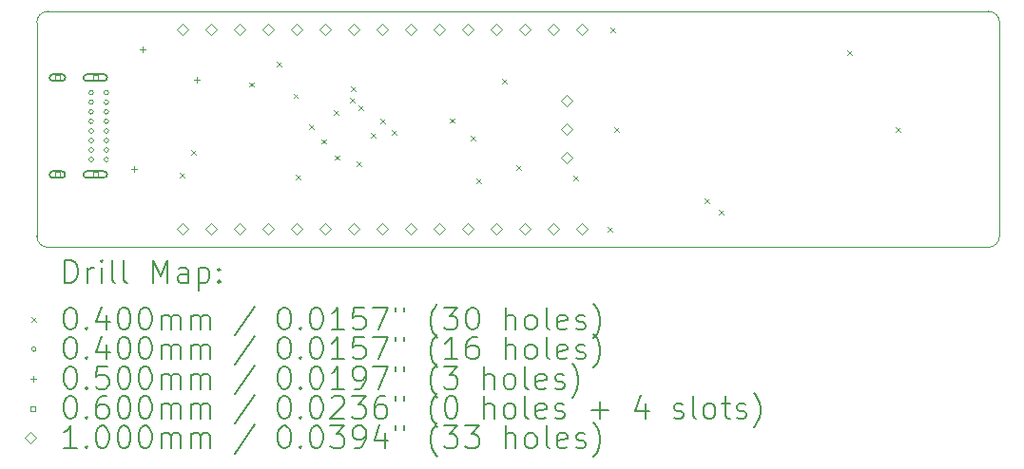
<source format=gbr>
%TF.GenerationSoftware,KiCad,Pcbnew,6.0.8-f2edbf62ab~116~ubuntu22.04.1*%
%TF.CreationDate,2022-10-28T12:05:40+02:00*%
%TF.ProjectId,FLWSB-SAMDaaNo21,464c5753-422d-4534-914d-4461614e6f32,1.0*%
%TF.SameCoordinates,Original*%
%TF.FileFunction,Drillmap*%
%TF.FilePolarity,Positive*%
%FSLAX45Y45*%
G04 Gerber Fmt 4.5, Leading zero omitted, Abs format (unit mm)*
G04 Created by KiCad (PCBNEW 6.0.8-f2edbf62ab~116~ubuntu22.04.1) date 2022-10-28 12:05:40*
%MOMM*%
%LPD*%
G01*
G04 APERTURE LIST*
%ADD10C,0.100000*%
%ADD11C,0.200000*%
%ADD12C,0.040000*%
%ADD13C,0.050000*%
%ADD14C,0.060000*%
G04 APERTURE END LIST*
D10*
X16929289Y-6920711D02*
X16929258Y-8824604D01*
X8355509Y-8824831D02*
X8355409Y-6920711D01*
X8355509Y-8824831D02*
G75*
G03*
X8455509Y-8924831I100001J1D01*
G01*
X8455409Y-6820711D02*
X16829289Y-6820711D01*
X16929289Y-6920711D02*
G75*
G03*
X16829289Y-6820711I-99999J1D01*
G01*
X16829258Y-8924604D02*
X8455509Y-8924831D01*
X8455409Y-6820709D02*
G75*
G03*
X8355409Y-6920711I1J-100001D01*
G01*
X16829258Y-8924598D02*
G75*
G03*
X16929258Y-8824604I2J99998D01*
G01*
D11*
D12*
X9632000Y-8260400D02*
X9672000Y-8300400D01*
X9672000Y-8260400D02*
X9632000Y-8300400D01*
X9733600Y-8057200D02*
X9773600Y-8097200D01*
X9773600Y-8057200D02*
X9733600Y-8097200D01*
X10247130Y-7453130D02*
X10287130Y-7493130D01*
X10287130Y-7453130D02*
X10247130Y-7493130D01*
X10495600Y-7273550D02*
X10535600Y-7313550D01*
X10535600Y-7273550D02*
X10495600Y-7313550D01*
X10641294Y-7555906D02*
X10681294Y-7595906D01*
X10681294Y-7555906D02*
X10641294Y-7595906D01*
X10663409Y-8275809D02*
X10703409Y-8315809D01*
X10703409Y-8275809D02*
X10663409Y-8315809D01*
X10779442Y-7830925D02*
X10819442Y-7870925D01*
X10819442Y-7830925D02*
X10779442Y-7870925D01*
X10890032Y-7960814D02*
X10930032Y-8000814D01*
X10930032Y-7960814D02*
X10890032Y-8000814D01*
X11003600Y-7701600D02*
X11043600Y-7741600D01*
X11043600Y-7701600D02*
X11003600Y-7741600D01*
X11007007Y-8104593D02*
X11047007Y-8144593D01*
X11047007Y-8104593D02*
X11007007Y-8144593D01*
X11147770Y-7591863D02*
X11187770Y-7631863D01*
X11187770Y-7591863D02*
X11147770Y-7631863D01*
X11156537Y-7492298D02*
X11196537Y-7532298D01*
X11196537Y-7492298D02*
X11156537Y-7532298D01*
X11206800Y-8158800D02*
X11246800Y-8198800D01*
X11246800Y-8158800D02*
X11206800Y-8198800D01*
X11218846Y-7662136D02*
X11258846Y-7702136D01*
X11258846Y-7662136D02*
X11218846Y-7702136D01*
X11331215Y-7907641D02*
X11371215Y-7947641D01*
X11371215Y-7907641D02*
X11331215Y-7947641D01*
X11415751Y-7777805D02*
X11455751Y-7817805D01*
X11455751Y-7777805D02*
X11415751Y-7817805D01*
X11516870Y-7878924D02*
X11556870Y-7918924D01*
X11556870Y-7878924D02*
X11516870Y-7918924D01*
X12032300Y-7774050D02*
X12072300Y-7814050D01*
X12072300Y-7774050D02*
X12032300Y-7814050D01*
X12222800Y-7930200D02*
X12262800Y-7970200D01*
X12262800Y-7930200D02*
X12222800Y-7970200D01*
X12273170Y-8311630D02*
X12313170Y-8351630D01*
X12313170Y-8311630D02*
X12273170Y-8351630D01*
X12502200Y-7422200D02*
X12542200Y-7462200D01*
X12542200Y-7422200D02*
X12502200Y-7462200D01*
X12629200Y-8196900D02*
X12669200Y-8236900D01*
X12669200Y-8196900D02*
X12629200Y-8236900D01*
X13137200Y-8285800D02*
X13177200Y-8325800D01*
X13177200Y-8285800D02*
X13137200Y-8325800D01*
X13442000Y-8743000D02*
X13482000Y-8783000D01*
X13482000Y-8743000D02*
X13442000Y-8783000D01*
X13467400Y-6965000D02*
X13507400Y-7005000D01*
X13507400Y-6965000D02*
X13467400Y-7005000D01*
X13498992Y-7857352D02*
X13538992Y-7897352D01*
X13538992Y-7857352D02*
X13498992Y-7897352D01*
X14305600Y-8489000D02*
X14345600Y-8529000D01*
X14345600Y-8489000D02*
X14305600Y-8529000D01*
X14432600Y-8590600D02*
X14472600Y-8630600D01*
X14472600Y-8590600D02*
X14432600Y-8630600D01*
X15575600Y-7168200D02*
X15615600Y-7208200D01*
X15615600Y-7168200D02*
X15575600Y-7208200D01*
X16007400Y-7854000D02*
X16047400Y-7894000D01*
X16047400Y-7854000D02*
X16007400Y-7894000D01*
X8860092Y-7547100D02*
G75*
G03*
X8860092Y-7547100I-20000J0D01*
G01*
X8860092Y-7632100D02*
G75*
G03*
X8860092Y-7632100I-20000J0D01*
G01*
X8860092Y-7717100D02*
G75*
G03*
X8860092Y-7717100I-20000J0D01*
G01*
X8860092Y-7802100D02*
G75*
G03*
X8860092Y-7802100I-20000J0D01*
G01*
X8860092Y-7887100D02*
G75*
G03*
X8860092Y-7887100I-20000J0D01*
G01*
X8860092Y-7972100D02*
G75*
G03*
X8860092Y-7972100I-20000J0D01*
G01*
X8860092Y-8057100D02*
G75*
G03*
X8860092Y-8057100I-20000J0D01*
G01*
X8860092Y-8142100D02*
G75*
G03*
X8860092Y-8142100I-20000J0D01*
G01*
X8995092Y-7547100D02*
G75*
G03*
X8995092Y-7547100I-20000J0D01*
G01*
X8995092Y-7632100D02*
G75*
G03*
X8995092Y-7632100I-20000J0D01*
G01*
X8995092Y-7717100D02*
G75*
G03*
X8995092Y-7717100I-20000J0D01*
G01*
X8995092Y-7802100D02*
G75*
G03*
X8995092Y-7802100I-20000J0D01*
G01*
X8995092Y-7887100D02*
G75*
G03*
X8995092Y-7887100I-20000J0D01*
G01*
X8995092Y-7972100D02*
G75*
G03*
X8995092Y-7972100I-20000J0D01*
G01*
X8995092Y-8057100D02*
G75*
G03*
X8995092Y-8057100I-20000J0D01*
G01*
X8995092Y-8142100D02*
G75*
G03*
X8995092Y-8142100I-20000J0D01*
G01*
D13*
X9220200Y-8204600D02*
X9220200Y-8254600D01*
X9195200Y-8229600D02*
X9245200Y-8229600D01*
X9296400Y-7137800D02*
X9296400Y-7187800D01*
X9271400Y-7162800D02*
X9321400Y-7162800D01*
X9779000Y-7404500D02*
X9779000Y-7454500D01*
X9754000Y-7429500D02*
X9804000Y-7429500D01*
D14*
X8560305Y-7433313D02*
X8560305Y-7390887D01*
X8517878Y-7390887D01*
X8517878Y-7433313D01*
X8560305Y-7433313D01*
D11*
X8579092Y-7382100D02*
X8499092Y-7382100D01*
X8579092Y-7442100D02*
X8499092Y-7442100D01*
X8499092Y-7382100D02*
G75*
G03*
X8499092Y-7442100I0J-30000D01*
G01*
X8579092Y-7442100D02*
G75*
G03*
X8579092Y-7382100I0J30000D01*
G01*
D14*
X8560305Y-8298313D02*
X8560305Y-8255887D01*
X8517878Y-8255887D01*
X8517878Y-8298313D01*
X8560305Y-8298313D01*
D11*
X8579092Y-8247100D02*
X8499092Y-8247100D01*
X8579092Y-8307100D02*
X8499092Y-8307100D01*
X8499092Y-8247100D02*
G75*
G03*
X8499092Y-8307100I0J-30000D01*
G01*
X8579092Y-8307100D02*
G75*
G03*
X8579092Y-8247100I0J30000D01*
G01*
D14*
X8898305Y-7433313D02*
X8898305Y-7390887D01*
X8855878Y-7390887D01*
X8855878Y-7433313D01*
X8898305Y-7433313D01*
D11*
X8952092Y-7382100D02*
X8802092Y-7382100D01*
X8952092Y-7442100D02*
X8802092Y-7442100D01*
X8802092Y-7382100D02*
G75*
G03*
X8802092Y-7442100I0J-30000D01*
G01*
X8952092Y-7442100D02*
G75*
G03*
X8952092Y-7382100I0J30000D01*
G01*
D14*
X8898305Y-8298313D02*
X8898305Y-8255887D01*
X8855878Y-8255887D01*
X8855878Y-8298313D01*
X8898305Y-8298313D01*
D11*
X8952092Y-8247100D02*
X8802092Y-8247100D01*
X8952092Y-8307100D02*
X8802092Y-8307100D01*
X8802092Y-8247100D02*
G75*
G03*
X8802092Y-8307100I0J-30000D01*
G01*
X8952092Y-8307100D02*
G75*
G03*
X8952092Y-8247100I0J30000D01*
G01*
D10*
X9652000Y-7035000D02*
X9702000Y-6985000D01*
X9652000Y-6935000D01*
X9602000Y-6985000D01*
X9652000Y-7035000D01*
X9652000Y-8813000D02*
X9702000Y-8763000D01*
X9652000Y-8713000D01*
X9602000Y-8763000D01*
X9652000Y-8813000D01*
X9906000Y-7035000D02*
X9956000Y-6985000D01*
X9906000Y-6935000D01*
X9856000Y-6985000D01*
X9906000Y-7035000D01*
X9906000Y-8813000D02*
X9956000Y-8763000D01*
X9906000Y-8713000D01*
X9856000Y-8763000D01*
X9906000Y-8813000D01*
X10160000Y-7035000D02*
X10210000Y-6985000D01*
X10160000Y-6935000D01*
X10110000Y-6985000D01*
X10160000Y-7035000D01*
X10160000Y-8813000D02*
X10210000Y-8763000D01*
X10160000Y-8713000D01*
X10110000Y-8763000D01*
X10160000Y-8813000D01*
X10414000Y-7035000D02*
X10464000Y-6985000D01*
X10414000Y-6935000D01*
X10364000Y-6985000D01*
X10414000Y-7035000D01*
X10414000Y-8813000D02*
X10464000Y-8763000D01*
X10414000Y-8713000D01*
X10364000Y-8763000D01*
X10414000Y-8813000D01*
X10668000Y-7035000D02*
X10718000Y-6985000D01*
X10668000Y-6935000D01*
X10618000Y-6985000D01*
X10668000Y-7035000D01*
X10668000Y-8813000D02*
X10718000Y-8763000D01*
X10668000Y-8713000D01*
X10618000Y-8763000D01*
X10668000Y-8813000D01*
X10922000Y-7035000D02*
X10972000Y-6985000D01*
X10922000Y-6935000D01*
X10872000Y-6985000D01*
X10922000Y-7035000D01*
X10922000Y-8813000D02*
X10972000Y-8763000D01*
X10922000Y-8713000D01*
X10872000Y-8763000D01*
X10922000Y-8813000D01*
X11176000Y-7035000D02*
X11226000Y-6985000D01*
X11176000Y-6935000D01*
X11126000Y-6985000D01*
X11176000Y-7035000D01*
X11176000Y-8813000D02*
X11226000Y-8763000D01*
X11176000Y-8713000D01*
X11126000Y-8763000D01*
X11176000Y-8813000D01*
X11430000Y-7035000D02*
X11480000Y-6985000D01*
X11430000Y-6935000D01*
X11380000Y-6985000D01*
X11430000Y-7035000D01*
X11430000Y-8813000D02*
X11480000Y-8763000D01*
X11430000Y-8713000D01*
X11380000Y-8763000D01*
X11430000Y-8813000D01*
X11684000Y-7035000D02*
X11734000Y-6985000D01*
X11684000Y-6935000D01*
X11634000Y-6985000D01*
X11684000Y-7035000D01*
X11684000Y-8813000D02*
X11734000Y-8763000D01*
X11684000Y-8713000D01*
X11634000Y-8763000D01*
X11684000Y-8813000D01*
X11938000Y-7035000D02*
X11988000Y-6985000D01*
X11938000Y-6935000D01*
X11888000Y-6985000D01*
X11938000Y-7035000D01*
X11938000Y-8813000D02*
X11988000Y-8763000D01*
X11938000Y-8713000D01*
X11888000Y-8763000D01*
X11938000Y-8813000D01*
X12192000Y-7035000D02*
X12242000Y-6985000D01*
X12192000Y-6935000D01*
X12142000Y-6985000D01*
X12192000Y-7035000D01*
X12192000Y-8813000D02*
X12242000Y-8763000D01*
X12192000Y-8713000D01*
X12142000Y-8763000D01*
X12192000Y-8813000D01*
X12446000Y-7035000D02*
X12496000Y-6985000D01*
X12446000Y-6935000D01*
X12396000Y-6985000D01*
X12446000Y-7035000D01*
X12446000Y-8813000D02*
X12496000Y-8763000D01*
X12446000Y-8713000D01*
X12396000Y-8763000D01*
X12446000Y-8813000D01*
X12700000Y-7035000D02*
X12750000Y-6985000D01*
X12700000Y-6935000D01*
X12650000Y-6985000D01*
X12700000Y-7035000D01*
X12700000Y-8813000D02*
X12750000Y-8763000D01*
X12700000Y-8713000D01*
X12650000Y-8763000D01*
X12700000Y-8813000D01*
X12954000Y-7035000D02*
X13004000Y-6985000D01*
X12954000Y-6935000D01*
X12904000Y-6985000D01*
X12954000Y-7035000D01*
X12954000Y-8813000D02*
X13004000Y-8763000D01*
X12954000Y-8713000D01*
X12904000Y-8763000D01*
X12954000Y-8813000D01*
X13072501Y-7670000D02*
X13122501Y-7620000D01*
X13072501Y-7570000D01*
X13022501Y-7620000D01*
X13072501Y-7670000D01*
X13072501Y-7924000D02*
X13122501Y-7874000D01*
X13072501Y-7824000D01*
X13022501Y-7874000D01*
X13072501Y-7924000D01*
X13072501Y-8178000D02*
X13122501Y-8128000D01*
X13072501Y-8078000D01*
X13022501Y-8128000D01*
X13072501Y-8178000D01*
X13208000Y-7035000D02*
X13258000Y-6985000D01*
X13208000Y-6935000D01*
X13158000Y-6985000D01*
X13208000Y-7035000D01*
X13208000Y-8813000D02*
X13258000Y-8763000D01*
X13208000Y-8713000D01*
X13158000Y-8763000D01*
X13208000Y-8813000D01*
D11*
X8608028Y-9240307D02*
X8608028Y-9040307D01*
X8655647Y-9040307D01*
X8684218Y-9049831D01*
X8703266Y-9068878D01*
X8712790Y-9087926D01*
X8722313Y-9126021D01*
X8722313Y-9154593D01*
X8712790Y-9192688D01*
X8703266Y-9211735D01*
X8684218Y-9230783D01*
X8655647Y-9240307D01*
X8608028Y-9240307D01*
X8808028Y-9240307D02*
X8808028Y-9106974D01*
X8808028Y-9145069D02*
X8817552Y-9126021D01*
X8827075Y-9116497D01*
X8846123Y-9106974D01*
X8865171Y-9106974D01*
X8931837Y-9240307D02*
X8931837Y-9106974D01*
X8931837Y-9040307D02*
X8922313Y-9049831D01*
X8931837Y-9059355D01*
X8941361Y-9049831D01*
X8931837Y-9040307D01*
X8931837Y-9059355D01*
X9055647Y-9240307D02*
X9036599Y-9230783D01*
X9027075Y-9211735D01*
X9027075Y-9040307D01*
X9160409Y-9240307D02*
X9141361Y-9230783D01*
X9131837Y-9211735D01*
X9131837Y-9040307D01*
X9388980Y-9240307D02*
X9388980Y-9040307D01*
X9455647Y-9183164D01*
X9522313Y-9040307D01*
X9522313Y-9240307D01*
X9703266Y-9240307D02*
X9703266Y-9135545D01*
X9693742Y-9116497D01*
X9674694Y-9106974D01*
X9636599Y-9106974D01*
X9617552Y-9116497D01*
X9703266Y-9230783D02*
X9684218Y-9240307D01*
X9636599Y-9240307D01*
X9617552Y-9230783D01*
X9608028Y-9211735D01*
X9608028Y-9192688D01*
X9617552Y-9173640D01*
X9636599Y-9164116D01*
X9684218Y-9164116D01*
X9703266Y-9154593D01*
X9798504Y-9106974D02*
X9798504Y-9306974D01*
X9798504Y-9116497D02*
X9817552Y-9106974D01*
X9855647Y-9106974D01*
X9874694Y-9116497D01*
X9884218Y-9126021D01*
X9893742Y-9145069D01*
X9893742Y-9202212D01*
X9884218Y-9221259D01*
X9874694Y-9230783D01*
X9855647Y-9240307D01*
X9817552Y-9240307D01*
X9798504Y-9230783D01*
X9979456Y-9221259D02*
X9988980Y-9230783D01*
X9979456Y-9240307D01*
X9969933Y-9230783D01*
X9979456Y-9221259D01*
X9979456Y-9240307D01*
X9979456Y-9116497D02*
X9988980Y-9126021D01*
X9979456Y-9135545D01*
X9969933Y-9126021D01*
X9979456Y-9116497D01*
X9979456Y-9135545D01*
D12*
X8310409Y-9549831D02*
X8350409Y-9589831D01*
X8350409Y-9549831D02*
X8310409Y-9589831D01*
D11*
X8646123Y-9460307D02*
X8665171Y-9460307D01*
X8684218Y-9469831D01*
X8693742Y-9479355D01*
X8703266Y-9498402D01*
X8712790Y-9536497D01*
X8712790Y-9584116D01*
X8703266Y-9622212D01*
X8693742Y-9641259D01*
X8684218Y-9650783D01*
X8665171Y-9660307D01*
X8646123Y-9660307D01*
X8627075Y-9650783D01*
X8617552Y-9641259D01*
X8608028Y-9622212D01*
X8598504Y-9584116D01*
X8598504Y-9536497D01*
X8608028Y-9498402D01*
X8617552Y-9479355D01*
X8627075Y-9469831D01*
X8646123Y-9460307D01*
X8798504Y-9641259D02*
X8808028Y-9650783D01*
X8798504Y-9660307D01*
X8788980Y-9650783D01*
X8798504Y-9641259D01*
X8798504Y-9660307D01*
X8979456Y-9526974D02*
X8979456Y-9660307D01*
X8931837Y-9450783D02*
X8884218Y-9593640D01*
X9008028Y-9593640D01*
X9122313Y-9460307D02*
X9141361Y-9460307D01*
X9160409Y-9469831D01*
X9169933Y-9479355D01*
X9179456Y-9498402D01*
X9188980Y-9536497D01*
X9188980Y-9584116D01*
X9179456Y-9622212D01*
X9169933Y-9641259D01*
X9160409Y-9650783D01*
X9141361Y-9660307D01*
X9122313Y-9660307D01*
X9103266Y-9650783D01*
X9093742Y-9641259D01*
X9084218Y-9622212D01*
X9074694Y-9584116D01*
X9074694Y-9536497D01*
X9084218Y-9498402D01*
X9093742Y-9479355D01*
X9103266Y-9469831D01*
X9122313Y-9460307D01*
X9312790Y-9460307D02*
X9331837Y-9460307D01*
X9350885Y-9469831D01*
X9360409Y-9479355D01*
X9369933Y-9498402D01*
X9379456Y-9536497D01*
X9379456Y-9584116D01*
X9369933Y-9622212D01*
X9360409Y-9641259D01*
X9350885Y-9650783D01*
X9331837Y-9660307D01*
X9312790Y-9660307D01*
X9293742Y-9650783D01*
X9284218Y-9641259D01*
X9274694Y-9622212D01*
X9265171Y-9584116D01*
X9265171Y-9536497D01*
X9274694Y-9498402D01*
X9284218Y-9479355D01*
X9293742Y-9469831D01*
X9312790Y-9460307D01*
X9465171Y-9660307D02*
X9465171Y-9526974D01*
X9465171Y-9546021D02*
X9474694Y-9536497D01*
X9493742Y-9526974D01*
X9522313Y-9526974D01*
X9541361Y-9536497D01*
X9550885Y-9555545D01*
X9550885Y-9660307D01*
X9550885Y-9555545D02*
X9560409Y-9536497D01*
X9579456Y-9526974D01*
X9608028Y-9526974D01*
X9627075Y-9536497D01*
X9636599Y-9555545D01*
X9636599Y-9660307D01*
X9731837Y-9660307D02*
X9731837Y-9526974D01*
X9731837Y-9546021D02*
X9741361Y-9536497D01*
X9760409Y-9526974D01*
X9788980Y-9526974D01*
X9808028Y-9536497D01*
X9817552Y-9555545D01*
X9817552Y-9660307D01*
X9817552Y-9555545D02*
X9827075Y-9536497D01*
X9846123Y-9526974D01*
X9874694Y-9526974D01*
X9893742Y-9536497D01*
X9903266Y-9555545D01*
X9903266Y-9660307D01*
X10293742Y-9450783D02*
X10122313Y-9707926D01*
X10550885Y-9460307D02*
X10569933Y-9460307D01*
X10588980Y-9469831D01*
X10598504Y-9479355D01*
X10608028Y-9498402D01*
X10617552Y-9536497D01*
X10617552Y-9584116D01*
X10608028Y-9622212D01*
X10598504Y-9641259D01*
X10588980Y-9650783D01*
X10569933Y-9660307D01*
X10550885Y-9660307D01*
X10531837Y-9650783D01*
X10522313Y-9641259D01*
X10512790Y-9622212D01*
X10503266Y-9584116D01*
X10503266Y-9536497D01*
X10512790Y-9498402D01*
X10522313Y-9479355D01*
X10531837Y-9469831D01*
X10550885Y-9460307D01*
X10703266Y-9641259D02*
X10712790Y-9650783D01*
X10703266Y-9660307D01*
X10693742Y-9650783D01*
X10703266Y-9641259D01*
X10703266Y-9660307D01*
X10836599Y-9460307D02*
X10855647Y-9460307D01*
X10874694Y-9469831D01*
X10884218Y-9479355D01*
X10893742Y-9498402D01*
X10903266Y-9536497D01*
X10903266Y-9584116D01*
X10893742Y-9622212D01*
X10884218Y-9641259D01*
X10874694Y-9650783D01*
X10855647Y-9660307D01*
X10836599Y-9660307D01*
X10817552Y-9650783D01*
X10808028Y-9641259D01*
X10798504Y-9622212D01*
X10788980Y-9584116D01*
X10788980Y-9536497D01*
X10798504Y-9498402D01*
X10808028Y-9479355D01*
X10817552Y-9469831D01*
X10836599Y-9460307D01*
X11093742Y-9660307D02*
X10979456Y-9660307D01*
X11036599Y-9660307D02*
X11036599Y-9460307D01*
X11017552Y-9488878D01*
X10998504Y-9507926D01*
X10979456Y-9517450D01*
X11274694Y-9460307D02*
X11179456Y-9460307D01*
X11169933Y-9555545D01*
X11179456Y-9546021D01*
X11198504Y-9536497D01*
X11246123Y-9536497D01*
X11265171Y-9546021D01*
X11274694Y-9555545D01*
X11284218Y-9574593D01*
X11284218Y-9622212D01*
X11274694Y-9641259D01*
X11265171Y-9650783D01*
X11246123Y-9660307D01*
X11198504Y-9660307D01*
X11179456Y-9650783D01*
X11169933Y-9641259D01*
X11350885Y-9460307D02*
X11484218Y-9460307D01*
X11398504Y-9660307D01*
X11550885Y-9460307D02*
X11550885Y-9498402D01*
X11627075Y-9460307D02*
X11627075Y-9498402D01*
X11922313Y-9736497D02*
X11912790Y-9726974D01*
X11893742Y-9698402D01*
X11884218Y-9679355D01*
X11874694Y-9650783D01*
X11865171Y-9603164D01*
X11865171Y-9565069D01*
X11874694Y-9517450D01*
X11884218Y-9488878D01*
X11893742Y-9469831D01*
X11912790Y-9441259D01*
X11922313Y-9431735D01*
X11979456Y-9460307D02*
X12103266Y-9460307D01*
X12036599Y-9536497D01*
X12065171Y-9536497D01*
X12084218Y-9546021D01*
X12093742Y-9555545D01*
X12103266Y-9574593D01*
X12103266Y-9622212D01*
X12093742Y-9641259D01*
X12084218Y-9650783D01*
X12065171Y-9660307D01*
X12008028Y-9660307D01*
X11988980Y-9650783D01*
X11979456Y-9641259D01*
X12227075Y-9460307D02*
X12246123Y-9460307D01*
X12265171Y-9469831D01*
X12274694Y-9479355D01*
X12284218Y-9498402D01*
X12293742Y-9536497D01*
X12293742Y-9584116D01*
X12284218Y-9622212D01*
X12274694Y-9641259D01*
X12265171Y-9650783D01*
X12246123Y-9660307D01*
X12227075Y-9660307D01*
X12208028Y-9650783D01*
X12198504Y-9641259D01*
X12188980Y-9622212D01*
X12179456Y-9584116D01*
X12179456Y-9536497D01*
X12188980Y-9498402D01*
X12198504Y-9479355D01*
X12208028Y-9469831D01*
X12227075Y-9460307D01*
X12531837Y-9660307D02*
X12531837Y-9460307D01*
X12617551Y-9660307D02*
X12617551Y-9555545D01*
X12608028Y-9536497D01*
X12588980Y-9526974D01*
X12560409Y-9526974D01*
X12541361Y-9536497D01*
X12531837Y-9546021D01*
X12741361Y-9660307D02*
X12722313Y-9650783D01*
X12712790Y-9641259D01*
X12703266Y-9622212D01*
X12703266Y-9565069D01*
X12712790Y-9546021D01*
X12722313Y-9536497D01*
X12741361Y-9526974D01*
X12769932Y-9526974D01*
X12788980Y-9536497D01*
X12798504Y-9546021D01*
X12808028Y-9565069D01*
X12808028Y-9622212D01*
X12798504Y-9641259D01*
X12788980Y-9650783D01*
X12769932Y-9660307D01*
X12741361Y-9660307D01*
X12922313Y-9660307D02*
X12903266Y-9650783D01*
X12893742Y-9631735D01*
X12893742Y-9460307D01*
X13074694Y-9650783D02*
X13055647Y-9660307D01*
X13017551Y-9660307D01*
X12998504Y-9650783D01*
X12988980Y-9631735D01*
X12988980Y-9555545D01*
X12998504Y-9536497D01*
X13017551Y-9526974D01*
X13055647Y-9526974D01*
X13074694Y-9536497D01*
X13084218Y-9555545D01*
X13084218Y-9574593D01*
X12988980Y-9593640D01*
X13160409Y-9650783D02*
X13179456Y-9660307D01*
X13217551Y-9660307D01*
X13236599Y-9650783D01*
X13246123Y-9631735D01*
X13246123Y-9622212D01*
X13236599Y-9603164D01*
X13217551Y-9593640D01*
X13188980Y-9593640D01*
X13169932Y-9584116D01*
X13160409Y-9565069D01*
X13160409Y-9555545D01*
X13169932Y-9536497D01*
X13188980Y-9526974D01*
X13217551Y-9526974D01*
X13236599Y-9536497D01*
X13312790Y-9736497D02*
X13322313Y-9726974D01*
X13341361Y-9698402D01*
X13350885Y-9679355D01*
X13360409Y-9650783D01*
X13369932Y-9603164D01*
X13369932Y-9565069D01*
X13360409Y-9517450D01*
X13350885Y-9488878D01*
X13341361Y-9469831D01*
X13322313Y-9441259D01*
X13312790Y-9431735D01*
D12*
X8350409Y-9833831D02*
G75*
G03*
X8350409Y-9833831I-20000J0D01*
G01*
D11*
X8646123Y-9724307D02*
X8665171Y-9724307D01*
X8684218Y-9733831D01*
X8693742Y-9743355D01*
X8703266Y-9762402D01*
X8712790Y-9800497D01*
X8712790Y-9848116D01*
X8703266Y-9886212D01*
X8693742Y-9905259D01*
X8684218Y-9914783D01*
X8665171Y-9924307D01*
X8646123Y-9924307D01*
X8627075Y-9914783D01*
X8617552Y-9905259D01*
X8608028Y-9886212D01*
X8598504Y-9848116D01*
X8598504Y-9800497D01*
X8608028Y-9762402D01*
X8617552Y-9743355D01*
X8627075Y-9733831D01*
X8646123Y-9724307D01*
X8798504Y-9905259D02*
X8808028Y-9914783D01*
X8798504Y-9924307D01*
X8788980Y-9914783D01*
X8798504Y-9905259D01*
X8798504Y-9924307D01*
X8979456Y-9790974D02*
X8979456Y-9924307D01*
X8931837Y-9714783D02*
X8884218Y-9857640D01*
X9008028Y-9857640D01*
X9122313Y-9724307D02*
X9141361Y-9724307D01*
X9160409Y-9733831D01*
X9169933Y-9743355D01*
X9179456Y-9762402D01*
X9188980Y-9800497D01*
X9188980Y-9848116D01*
X9179456Y-9886212D01*
X9169933Y-9905259D01*
X9160409Y-9914783D01*
X9141361Y-9924307D01*
X9122313Y-9924307D01*
X9103266Y-9914783D01*
X9093742Y-9905259D01*
X9084218Y-9886212D01*
X9074694Y-9848116D01*
X9074694Y-9800497D01*
X9084218Y-9762402D01*
X9093742Y-9743355D01*
X9103266Y-9733831D01*
X9122313Y-9724307D01*
X9312790Y-9724307D02*
X9331837Y-9724307D01*
X9350885Y-9733831D01*
X9360409Y-9743355D01*
X9369933Y-9762402D01*
X9379456Y-9800497D01*
X9379456Y-9848116D01*
X9369933Y-9886212D01*
X9360409Y-9905259D01*
X9350885Y-9914783D01*
X9331837Y-9924307D01*
X9312790Y-9924307D01*
X9293742Y-9914783D01*
X9284218Y-9905259D01*
X9274694Y-9886212D01*
X9265171Y-9848116D01*
X9265171Y-9800497D01*
X9274694Y-9762402D01*
X9284218Y-9743355D01*
X9293742Y-9733831D01*
X9312790Y-9724307D01*
X9465171Y-9924307D02*
X9465171Y-9790974D01*
X9465171Y-9810021D02*
X9474694Y-9800497D01*
X9493742Y-9790974D01*
X9522313Y-9790974D01*
X9541361Y-9800497D01*
X9550885Y-9819545D01*
X9550885Y-9924307D01*
X9550885Y-9819545D02*
X9560409Y-9800497D01*
X9579456Y-9790974D01*
X9608028Y-9790974D01*
X9627075Y-9800497D01*
X9636599Y-9819545D01*
X9636599Y-9924307D01*
X9731837Y-9924307D02*
X9731837Y-9790974D01*
X9731837Y-9810021D02*
X9741361Y-9800497D01*
X9760409Y-9790974D01*
X9788980Y-9790974D01*
X9808028Y-9800497D01*
X9817552Y-9819545D01*
X9817552Y-9924307D01*
X9817552Y-9819545D02*
X9827075Y-9800497D01*
X9846123Y-9790974D01*
X9874694Y-9790974D01*
X9893742Y-9800497D01*
X9903266Y-9819545D01*
X9903266Y-9924307D01*
X10293742Y-9714783D02*
X10122313Y-9971926D01*
X10550885Y-9724307D02*
X10569933Y-9724307D01*
X10588980Y-9733831D01*
X10598504Y-9743355D01*
X10608028Y-9762402D01*
X10617552Y-9800497D01*
X10617552Y-9848116D01*
X10608028Y-9886212D01*
X10598504Y-9905259D01*
X10588980Y-9914783D01*
X10569933Y-9924307D01*
X10550885Y-9924307D01*
X10531837Y-9914783D01*
X10522313Y-9905259D01*
X10512790Y-9886212D01*
X10503266Y-9848116D01*
X10503266Y-9800497D01*
X10512790Y-9762402D01*
X10522313Y-9743355D01*
X10531837Y-9733831D01*
X10550885Y-9724307D01*
X10703266Y-9905259D02*
X10712790Y-9914783D01*
X10703266Y-9924307D01*
X10693742Y-9914783D01*
X10703266Y-9905259D01*
X10703266Y-9924307D01*
X10836599Y-9724307D02*
X10855647Y-9724307D01*
X10874694Y-9733831D01*
X10884218Y-9743355D01*
X10893742Y-9762402D01*
X10903266Y-9800497D01*
X10903266Y-9848116D01*
X10893742Y-9886212D01*
X10884218Y-9905259D01*
X10874694Y-9914783D01*
X10855647Y-9924307D01*
X10836599Y-9924307D01*
X10817552Y-9914783D01*
X10808028Y-9905259D01*
X10798504Y-9886212D01*
X10788980Y-9848116D01*
X10788980Y-9800497D01*
X10798504Y-9762402D01*
X10808028Y-9743355D01*
X10817552Y-9733831D01*
X10836599Y-9724307D01*
X11093742Y-9924307D02*
X10979456Y-9924307D01*
X11036599Y-9924307D02*
X11036599Y-9724307D01*
X11017552Y-9752878D01*
X10998504Y-9771926D01*
X10979456Y-9781450D01*
X11274694Y-9724307D02*
X11179456Y-9724307D01*
X11169933Y-9819545D01*
X11179456Y-9810021D01*
X11198504Y-9800497D01*
X11246123Y-9800497D01*
X11265171Y-9810021D01*
X11274694Y-9819545D01*
X11284218Y-9838593D01*
X11284218Y-9886212D01*
X11274694Y-9905259D01*
X11265171Y-9914783D01*
X11246123Y-9924307D01*
X11198504Y-9924307D01*
X11179456Y-9914783D01*
X11169933Y-9905259D01*
X11350885Y-9724307D02*
X11484218Y-9724307D01*
X11398504Y-9924307D01*
X11550885Y-9724307D02*
X11550885Y-9762402D01*
X11627075Y-9724307D02*
X11627075Y-9762402D01*
X11922313Y-10000497D02*
X11912790Y-9990974D01*
X11893742Y-9962402D01*
X11884218Y-9943355D01*
X11874694Y-9914783D01*
X11865171Y-9867164D01*
X11865171Y-9829069D01*
X11874694Y-9781450D01*
X11884218Y-9752878D01*
X11893742Y-9733831D01*
X11912790Y-9705259D01*
X11922313Y-9695735D01*
X12103266Y-9924307D02*
X11988980Y-9924307D01*
X12046123Y-9924307D02*
X12046123Y-9724307D01*
X12027075Y-9752878D01*
X12008028Y-9771926D01*
X11988980Y-9781450D01*
X12274694Y-9724307D02*
X12236599Y-9724307D01*
X12217551Y-9733831D01*
X12208028Y-9743355D01*
X12188980Y-9771926D01*
X12179456Y-9810021D01*
X12179456Y-9886212D01*
X12188980Y-9905259D01*
X12198504Y-9914783D01*
X12217551Y-9924307D01*
X12255647Y-9924307D01*
X12274694Y-9914783D01*
X12284218Y-9905259D01*
X12293742Y-9886212D01*
X12293742Y-9838593D01*
X12284218Y-9819545D01*
X12274694Y-9810021D01*
X12255647Y-9800497D01*
X12217551Y-9800497D01*
X12198504Y-9810021D01*
X12188980Y-9819545D01*
X12179456Y-9838593D01*
X12531837Y-9924307D02*
X12531837Y-9724307D01*
X12617551Y-9924307D02*
X12617551Y-9819545D01*
X12608028Y-9800497D01*
X12588980Y-9790974D01*
X12560409Y-9790974D01*
X12541361Y-9800497D01*
X12531837Y-9810021D01*
X12741361Y-9924307D02*
X12722313Y-9914783D01*
X12712790Y-9905259D01*
X12703266Y-9886212D01*
X12703266Y-9829069D01*
X12712790Y-9810021D01*
X12722313Y-9800497D01*
X12741361Y-9790974D01*
X12769932Y-9790974D01*
X12788980Y-9800497D01*
X12798504Y-9810021D01*
X12808028Y-9829069D01*
X12808028Y-9886212D01*
X12798504Y-9905259D01*
X12788980Y-9914783D01*
X12769932Y-9924307D01*
X12741361Y-9924307D01*
X12922313Y-9924307D02*
X12903266Y-9914783D01*
X12893742Y-9895735D01*
X12893742Y-9724307D01*
X13074694Y-9914783D02*
X13055647Y-9924307D01*
X13017551Y-9924307D01*
X12998504Y-9914783D01*
X12988980Y-9895735D01*
X12988980Y-9819545D01*
X12998504Y-9800497D01*
X13017551Y-9790974D01*
X13055647Y-9790974D01*
X13074694Y-9800497D01*
X13084218Y-9819545D01*
X13084218Y-9838593D01*
X12988980Y-9857640D01*
X13160409Y-9914783D02*
X13179456Y-9924307D01*
X13217551Y-9924307D01*
X13236599Y-9914783D01*
X13246123Y-9895735D01*
X13246123Y-9886212D01*
X13236599Y-9867164D01*
X13217551Y-9857640D01*
X13188980Y-9857640D01*
X13169932Y-9848116D01*
X13160409Y-9829069D01*
X13160409Y-9819545D01*
X13169932Y-9800497D01*
X13188980Y-9790974D01*
X13217551Y-9790974D01*
X13236599Y-9800497D01*
X13312790Y-10000497D02*
X13322313Y-9990974D01*
X13341361Y-9962402D01*
X13350885Y-9943355D01*
X13360409Y-9914783D01*
X13369932Y-9867164D01*
X13369932Y-9829069D01*
X13360409Y-9781450D01*
X13350885Y-9752878D01*
X13341361Y-9733831D01*
X13322313Y-9705259D01*
X13312790Y-9695735D01*
D13*
X8325409Y-10072831D02*
X8325409Y-10122831D01*
X8300409Y-10097831D02*
X8350409Y-10097831D01*
D11*
X8646123Y-9988307D02*
X8665171Y-9988307D01*
X8684218Y-9997831D01*
X8693742Y-10007355D01*
X8703266Y-10026402D01*
X8712790Y-10064497D01*
X8712790Y-10112116D01*
X8703266Y-10150212D01*
X8693742Y-10169259D01*
X8684218Y-10178783D01*
X8665171Y-10188307D01*
X8646123Y-10188307D01*
X8627075Y-10178783D01*
X8617552Y-10169259D01*
X8608028Y-10150212D01*
X8598504Y-10112116D01*
X8598504Y-10064497D01*
X8608028Y-10026402D01*
X8617552Y-10007355D01*
X8627075Y-9997831D01*
X8646123Y-9988307D01*
X8798504Y-10169259D02*
X8808028Y-10178783D01*
X8798504Y-10188307D01*
X8788980Y-10178783D01*
X8798504Y-10169259D01*
X8798504Y-10188307D01*
X8988980Y-9988307D02*
X8893742Y-9988307D01*
X8884218Y-10083545D01*
X8893742Y-10074021D01*
X8912790Y-10064497D01*
X8960409Y-10064497D01*
X8979456Y-10074021D01*
X8988980Y-10083545D01*
X8998504Y-10102593D01*
X8998504Y-10150212D01*
X8988980Y-10169259D01*
X8979456Y-10178783D01*
X8960409Y-10188307D01*
X8912790Y-10188307D01*
X8893742Y-10178783D01*
X8884218Y-10169259D01*
X9122313Y-9988307D02*
X9141361Y-9988307D01*
X9160409Y-9997831D01*
X9169933Y-10007355D01*
X9179456Y-10026402D01*
X9188980Y-10064497D01*
X9188980Y-10112116D01*
X9179456Y-10150212D01*
X9169933Y-10169259D01*
X9160409Y-10178783D01*
X9141361Y-10188307D01*
X9122313Y-10188307D01*
X9103266Y-10178783D01*
X9093742Y-10169259D01*
X9084218Y-10150212D01*
X9074694Y-10112116D01*
X9074694Y-10064497D01*
X9084218Y-10026402D01*
X9093742Y-10007355D01*
X9103266Y-9997831D01*
X9122313Y-9988307D01*
X9312790Y-9988307D02*
X9331837Y-9988307D01*
X9350885Y-9997831D01*
X9360409Y-10007355D01*
X9369933Y-10026402D01*
X9379456Y-10064497D01*
X9379456Y-10112116D01*
X9369933Y-10150212D01*
X9360409Y-10169259D01*
X9350885Y-10178783D01*
X9331837Y-10188307D01*
X9312790Y-10188307D01*
X9293742Y-10178783D01*
X9284218Y-10169259D01*
X9274694Y-10150212D01*
X9265171Y-10112116D01*
X9265171Y-10064497D01*
X9274694Y-10026402D01*
X9284218Y-10007355D01*
X9293742Y-9997831D01*
X9312790Y-9988307D01*
X9465171Y-10188307D02*
X9465171Y-10054974D01*
X9465171Y-10074021D02*
X9474694Y-10064497D01*
X9493742Y-10054974D01*
X9522313Y-10054974D01*
X9541361Y-10064497D01*
X9550885Y-10083545D01*
X9550885Y-10188307D01*
X9550885Y-10083545D02*
X9560409Y-10064497D01*
X9579456Y-10054974D01*
X9608028Y-10054974D01*
X9627075Y-10064497D01*
X9636599Y-10083545D01*
X9636599Y-10188307D01*
X9731837Y-10188307D02*
X9731837Y-10054974D01*
X9731837Y-10074021D02*
X9741361Y-10064497D01*
X9760409Y-10054974D01*
X9788980Y-10054974D01*
X9808028Y-10064497D01*
X9817552Y-10083545D01*
X9817552Y-10188307D01*
X9817552Y-10083545D02*
X9827075Y-10064497D01*
X9846123Y-10054974D01*
X9874694Y-10054974D01*
X9893742Y-10064497D01*
X9903266Y-10083545D01*
X9903266Y-10188307D01*
X10293742Y-9978783D02*
X10122313Y-10235926D01*
X10550885Y-9988307D02*
X10569933Y-9988307D01*
X10588980Y-9997831D01*
X10598504Y-10007355D01*
X10608028Y-10026402D01*
X10617552Y-10064497D01*
X10617552Y-10112116D01*
X10608028Y-10150212D01*
X10598504Y-10169259D01*
X10588980Y-10178783D01*
X10569933Y-10188307D01*
X10550885Y-10188307D01*
X10531837Y-10178783D01*
X10522313Y-10169259D01*
X10512790Y-10150212D01*
X10503266Y-10112116D01*
X10503266Y-10064497D01*
X10512790Y-10026402D01*
X10522313Y-10007355D01*
X10531837Y-9997831D01*
X10550885Y-9988307D01*
X10703266Y-10169259D02*
X10712790Y-10178783D01*
X10703266Y-10188307D01*
X10693742Y-10178783D01*
X10703266Y-10169259D01*
X10703266Y-10188307D01*
X10836599Y-9988307D02*
X10855647Y-9988307D01*
X10874694Y-9997831D01*
X10884218Y-10007355D01*
X10893742Y-10026402D01*
X10903266Y-10064497D01*
X10903266Y-10112116D01*
X10893742Y-10150212D01*
X10884218Y-10169259D01*
X10874694Y-10178783D01*
X10855647Y-10188307D01*
X10836599Y-10188307D01*
X10817552Y-10178783D01*
X10808028Y-10169259D01*
X10798504Y-10150212D01*
X10788980Y-10112116D01*
X10788980Y-10064497D01*
X10798504Y-10026402D01*
X10808028Y-10007355D01*
X10817552Y-9997831D01*
X10836599Y-9988307D01*
X11093742Y-10188307D02*
X10979456Y-10188307D01*
X11036599Y-10188307D02*
X11036599Y-9988307D01*
X11017552Y-10016878D01*
X10998504Y-10035926D01*
X10979456Y-10045450D01*
X11188980Y-10188307D02*
X11227075Y-10188307D01*
X11246123Y-10178783D01*
X11255647Y-10169259D01*
X11274694Y-10140688D01*
X11284218Y-10102593D01*
X11284218Y-10026402D01*
X11274694Y-10007355D01*
X11265171Y-9997831D01*
X11246123Y-9988307D01*
X11208028Y-9988307D01*
X11188980Y-9997831D01*
X11179456Y-10007355D01*
X11169933Y-10026402D01*
X11169933Y-10074021D01*
X11179456Y-10093069D01*
X11188980Y-10102593D01*
X11208028Y-10112116D01*
X11246123Y-10112116D01*
X11265171Y-10102593D01*
X11274694Y-10093069D01*
X11284218Y-10074021D01*
X11350885Y-9988307D02*
X11484218Y-9988307D01*
X11398504Y-10188307D01*
X11550885Y-9988307D02*
X11550885Y-10026402D01*
X11627075Y-9988307D02*
X11627075Y-10026402D01*
X11922313Y-10264497D02*
X11912790Y-10254974D01*
X11893742Y-10226402D01*
X11884218Y-10207355D01*
X11874694Y-10178783D01*
X11865171Y-10131164D01*
X11865171Y-10093069D01*
X11874694Y-10045450D01*
X11884218Y-10016878D01*
X11893742Y-9997831D01*
X11912790Y-9969259D01*
X11922313Y-9959735D01*
X11979456Y-9988307D02*
X12103266Y-9988307D01*
X12036599Y-10064497D01*
X12065171Y-10064497D01*
X12084218Y-10074021D01*
X12093742Y-10083545D01*
X12103266Y-10102593D01*
X12103266Y-10150212D01*
X12093742Y-10169259D01*
X12084218Y-10178783D01*
X12065171Y-10188307D01*
X12008028Y-10188307D01*
X11988980Y-10178783D01*
X11979456Y-10169259D01*
X12341361Y-10188307D02*
X12341361Y-9988307D01*
X12427075Y-10188307D02*
X12427075Y-10083545D01*
X12417551Y-10064497D01*
X12398504Y-10054974D01*
X12369932Y-10054974D01*
X12350885Y-10064497D01*
X12341361Y-10074021D01*
X12550885Y-10188307D02*
X12531837Y-10178783D01*
X12522313Y-10169259D01*
X12512790Y-10150212D01*
X12512790Y-10093069D01*
X12522313Y-10074021D01*
X12531837Y-10064497D01*
X12550885Y-10054974D01*
X12579456Y-10054974D01*
X12598504Y-10064497D01*
X12608028Y-10074021D01*
X12617551Y-10093069D01*
X12617551Y-10150212D01*
X12608028Y-10169259D01*
X12598504Y-10178783D01*
X12579456Y-10188307D01*
X12550885Y-10188307D01*
X12731837Y-10188307D02*
X12712790Y-10178783D01*
X12703266Y-10159735D01*
X12703266Y-9988307D01*
X12884218Y-10178783D02*
X12865171Y-10188307D01*
X12827075Y-10188307D01*
X12808028Y-10178783D01*
X12798504Y-10159735D01*
X12798504Y-10083545D01*
X12808028Y-10064497D01*
X12827075Y-10054974D01*
X12865171Y-10054974D01*
X12884218Y-10064497D01*
X12893742Y-10083545D01*
X12893742Y-10102593D01*
X12798504Y-10121640D01*
X12969932Y-10178783D02*
X12988980Y-10188307D01*
X13027075Y-10188307D01*
X13046123Y-10178783D01*
X13055647Y-10159735D01*
X13055647Y-10150212D01*
X13046123Y-10131164D01*
X13027075Y-10121640D01*
X12998504Y-10121640D01*
X12979456Y-10112116D01*
X12969932Y-10093069D01*
X12969932Y-10083545D01*
X12979456Y-10064497D01*
X12998504Y-10054974D01*
X13027075Y-10054974D01*
X13046123Y-10064497D01*
X13122313Y-10264497D02*
X13131837Y-10254974D01*
X13150885Y-10226402D01*
X13160409Y-10207355D01*
X13169932Y-10178783D01*
X13179456Y-10131164D01*
X13179456Y-10093069D01*
X13169932Y-10045450D01*
X13160409Y-10016878D01*
X13150885Y-9997831D01*
X13131837Y-9969259D01*
X13122313Y-9959735D01*
D14*
X8341622Y-10383044D02*
X8341622Y-10340617D01*
X8299195Y-10340617D01*
X8299195Y-10383044D01*
X8341622Y-10383044D01*
D11*
X8646123Y-10252307D02*
X8665171Y-10252307D01*
X8684218Y-10261831D01*
X8693742Y-10271355D01*
X8703266Y-10290402D01*
X8712790Y-10328497D01*
X8712790Y-10376116D01*
X8703266Y-10414212D01*
X8693742Y-10433259D01*
X8684218Y-10442783D01*
X8665171Y-10452307D01*
X8646123Y-10452307D01*
X8627075Y-10442783D01*
X8617552Y-10433259D01*
X8608028Y-10414212D01*
X8598504Y-10376116D01*
X8598504Y-10328497D01*
X8608028Y-10290402D01*
X8617552Y-10271355D01*
X8627075Y-10261831D01*
X8646123Y-10252307D01*
X8798504Y-10433259D02*
X8808028Y-10442783D01*
X8798504Y-10452307D01*
X8788980Y-10442783D01*
X8798504Y-10433259D01*
X8798504Y-10452307D01*
X8979456Y-10252307D02*
X8941361Y-10252307D01*
X8922313Y-10261831D01*
X8912790Y-10271355D01*
X8893742Y-10299926D01*
X8884218Y-10338021D01*
X8884218Y-10414212D01*
X8893742Y-10433259D01*
X8903266Y-10442783D01*
X8922313Y-10452307D01*
X8960409Y-10452307D01*
X8979456Y-10442783D01*
X8988980Y-10433259D01*
X8998504Y-10414212D01*
X8998504Y-10366593D01*
X8988980Y-10347545D01*
X8979456Y-10338021D01*
X8960409Y-10328497D01*
X8922313Y-10328497D01*
X8903266Y-10338021D01*
X8893742Y-10347545D01*
X8884218Y-10366593D01*
X9122313Y-10252307D02*
X9141361Y-10252307D01*
X9160409Y-10261831D01*
X9169933Y-10271355D01*
X9179456Y-10290402D01*
X9188980Y-10328497D01*
X9188980Y-10376116D01*
X9179456Y-10414212D01*
X9169933Y-10433259D01*
X9160409Y-10442783D01*
X9141361Y-10452307D01*
X9122313Y-10452307D01*
X9103266Y-10442783D01*
X9093742Y-10433259D01*
X9084218Y-10414212D01*
X9074694Y-10376116D01*
X9074694Y-10328497D01*
X9084218Y-10290402D01*
X9093742Y-10271355D01*
X9103266Y-10261831D01*
X9122313Y-10252307D01*
X9312790Y-10252307D02*
X9331837Y-10252307D01*
X9350885Y-10261831D01*
X9360409Y-10271355D01*
X9369933Y-10290402D01*
X9379456Y-10328497D01*
X9379456Y-10376116D01*
X9369933Y-10414212D01*
X9360409Y-10433259D01*
X9350885Y-10442783D01*
X9331837Y-10452307D01*
X9312790Y-10452307D01*
X9293742Y-10442783D01*
X9284218Y-10433259D01*
X9274694Y-10414212D01*
X9265171Y-10376116D01*
X9265171Y-10328497D01*
X9274694Y-10290402D01*
X9284218Y-10271355D01*
X9293742Y-10261831D01*
X9312790Y-10252307D01*
X9465171Y-10452307D02*
X9465171Y-10318974D01*
X9465171Y-10338021D02*
X9474694Y-10328497D01*
X9493742Y-10318974D01*
X9522313Y-10318974D01*
X9541361Y-10328497D01*
X9550885Y-10347545D01*
X9550885Y-10452307D01*
X9550885Y-10347545D02*
X9560409Y-10328497D01*
X9579456Y-10318974D01*
X9608028Y-10318974D01*
X9627075Y-10328497D01*
X9636599Y-10347545D01*
X9636599Y-10452307D01*
X9731837Y-10452307D02*
X9731837Y-10318974D01*
X9731837Y-10338021D02*
X9741361Y-10328497D01*
X9760409Y-10318974D01*
X9788980Y-10318974D01*
X9808028Y-10328497D01*
X9817552Y-10347545D01*
X9817552Y-10452307D01*
X9817552Y-10347545D02*
X9827075Y-10328497D01*
X9846123Y-10318974D01*
X9874694Y-10318974D01*
X9893742Y-10328497D01*
X9903266Y-10347545D01*
X9903266Y-10452307D01*
X10293742Y-10242783D02*
X10122313Y-10499926D01*
X10550885Y-10252307D02*
X10569933Y-10252307D01*
X10588980Y-10261831D01*
X10598504Y-10271355D01*
X10608028Y-10290402D01*
X10617552Y-10328497D01*
X10617552Y-10376116D01*
X10608028Y-10414212D01*
X10598504Y-10433259D01*
X10588980Y-10442783D01*
X10569933Y-10452307D01*
X10550885Y-10452307D01*
X10531837Y-10442783D01*
X10522313Y-10433259D01*
X10512790Y-10414212D01*
X10503266Y-10376116D01*
X10503266Y-10328497D01*
X10512790Y-10290402D01*
X10522313Y-10271355D01*
X10531837Y-10261831D01*
X10550885Y-10252307D01*
X10703266Y-10433259D02*
X10712790Y-10442783D01*
X10703266Y-10452307D01*
X10693742Y-10442783D01*
X10703266Y-10433259D01*
X10703266Y-10452307D01*
X10836599Y-10252307D02*
X10855647Y-10252307D01*
X10874694Y-10261831D01*
X10884218Y-10271355D01*
X10893742Y-10290402D01*
X10903266Y-10328497D01*
X10903266Y-10376116D01*
X10893742Y-10414212D01*
X10884218Y-10433259D01*
X10874694Y-10442783D01*
X10855647Y-10452307D01*
X10836599Y-10452307D01*
X10817552Y-10442783D01*
X10808028Y-10433259D01*
X10798504Y-10414212D01*
X10788980Y-10376116D01*
X10788980Y-10328497D01*
X10798504Y-10290402D01*
X10808028Y-10271355D01*
X10817552Y-10261831D01*
X10836599Y-10252307D01*
X10979456Y-10271355D02*
X10988980Y-10261831D01*
X11008028Y-10252307D01*
X11055647Y-10252307D01*
X11074694Y-10261831D01*
X11084218Y-10271355D01*
X11093742Y-10290402D01*
X11093742Y-10309450D01*
X11084218Y-10338021D01*
X10969933Y-10452307D01*
X11093742Y-10452307D01*
X11160409Y-10252307D02*
X11284218Y-10252307D01*
X11217551Y-10328497D01*
X11246123Y-10328497D01*
X11265171Y-10338021D01*
X11274694Y-10347545D01*
X11284218Y-10366593D01*
X11284218Y-10414212D01*
X11274694Y-10433259D01*
X11265171Y-10442783D01*
X11246123Y-10452307D01*
X11188980Y-10452307D01*
X11169933Y-10442783D01*
X11160409Y-10433259D01*
X11455647Y-10252307D02*
X11417551Y-10252307D01*
X11398504Y-10261831D01*
X11388980Y-10271355D01*
X11369932Y-10299926D01*
X11360409Y-10338021D01*
X11360409Y-10414212D01*
X11369932Y-10433259D01*
X11379456Y-10442783D01*
X11398504Y-10452307D01*
X11436599Y-10452307D01*
X11455647Y-10442783D01*
X11465171Y-10433259D01*
X11474694Y-10414212D01*
X11474694Y-10366593D01*
X11465171Y-10347545D01*
X11455647Y-10338021D01*
X11436599Y-10328497D01*
X11398504Y-10328497D01*
X11379456Y-10338021D01*
X11369932Y-10347545D01*
X11360409Y-10366593D01*
X11550885Y-10252307D02*
X11550885Y-10290402D01*
X11627075Y-10252307D02*
X11627075Y-10290402D01*
X11922313Y-10528497D02*
X11912790Y-10518974D01*
X11893742Y-10490402D01*
X11884218Y-10471355D01*
X11874694Y-10442783D01*
X11865171Y-10395164D01*
X11865171Y-10357069D01*
X11874694Y-10309450D01*
X11884218Y-10280878D01*
X11893742Y-10261831D01*
X11912790Y-10233259D01*
X11922313Y-10223735D01*
X12036599Y-10252307D02*
X12055647Y-10252307D01*
X12074694Y-10261831D01*
X12084218Y-10271355D01*
X12093742Y-10290402D01*
X12103266Y-10328497D01*
X12103266Y-10376116D01*
X12093742Y-10414212D01*
X12084218Y-10433259D01*
X12074694Y-10442783D01*
X12055647Y-10452307D01*
X12036599Y-10452307D01*
X12017551Y-10442783D01*
X12008028Y-10433259D01*
X11998504Y-10414212D01*
X11988980Y-10376116D01*
X11988980Y-10328497D01*
X11998504Y-10290402D01*
X12008028Y-10271355D01*
X12017551Y-10261831D01*
X12036599Y-10252307D01*
X12341361Y-10452307D02*
X12341361Y-10252307D01*
X12427075Y-10452307D02*
X12427075Y-10347545D01*
X12417551Y-10328497D01*
X12398504Y-10318974D01*
X12369932Y-10318974D01*
X12350885Y-10328497D01*
X12341361Y-10338021D01*
X12550885Y-10452307D02*
X12531837Y-10442783D01*
X12522313Y-10433259D01*
X12512790Y-10414212D01*
X12512790Y-10357069D01*
X12522313Y-10338021D01*
X12531837Y-10328497D01*
X12550885Y-10318974D01*
X12579456Y-10318974D01*
X12598504Y-10328497D01*
X12608028Y-10338021D01*
X12617551Y-10357069D01*
X12617551Y-10414212D01*
X12608028Y-10433259D01*
X12598504Y-10442783D01*
X12579456Y-10452307D01*
X12550885Y-10452307D01*
X12731837Y-10452307D02*
X12712790Y-10442783D01*
X12703266Y-10423735D01*
X12703266Y-10252307D01*
X12884218Y-10442783D02*
X12865171Y-10452307D01*
X12827075Y-10452307D01*
X12808028Y-10442783D01*
X12798504Y-10423735D01*
X12798504Y-10347545D01*
X12808028Y-10328497D01*
X12827075Y-10318974D01*
X12865171Y-10318974D01*
X12884218Y-10328497D01*
X12893742Y-10347545D01*
X12893742Y-10366593D01*
X12798504Y-10385640D01*
X12969932Y-10442783D02*
X12988980Y-10452307D01*
X13027075Y-10452307D01*
X13046123Y-10442783D01*
X13055647Y-10423735D01*
X13055647Y-10414212D01*
X13046123Y-10395164D01*
X13027075Y-10385640D01*
X12998504Y-10385640D01*
X12979456Y-10376116D01*
X12969932Y-10357069D01*
X12969932Y-10347545D01*
X12979456Y-10328497D01*
X12998504Y-10318974D01*
X13027075Y-10318974D01*
X13046123Y-10328497D01*
X13293742Y-10376116D02*
X13446123Y-10376116D01*
X13369932Y-10452307D02*
X13369932Y-10299926D01*
X13779456Y-10318974D02*
X13779456Y-10452307D01*
X13731837Y-10242783D02*
X13684218Y-10385640D01*
X13808028Y-10385640D01*
X14027075Y-10442783D02*
X14046123Y-10452307D01*
X14084218Y-10452307D01*
X14103266Y-10442783D01*
X14112790Y-10423735D01*
X14112790Y-10414212D01*
X14103266Y-10395164D01*
X14084218Y-10385640D01*
X14055647Y-10385640D01*
X14036599Y-10376116D01*
X14027075Y-10357069D01*
X14027075Y-10347545D01*
X14036599Y-10328497D01*
X14055647Y-10318974D01*
X14084218Y-10318974D01*
X14103266Y-10328497D01*
X14227075Y-10452307D02*
X14208028Y-10442783D01*
X14198504Y-10423735D01*
X14198504Y-10252307D01*
X14331837Y-10452307D02*
X14312790Y-10442783D01*
X14303266Y-10433259D01*
X14293742Y-10414212D01*
X14293742Y-10357069D01*
X14303266Y-10338021D01*
X14312790Y-10328497D01*
X14331837Y-10318974D01*
X14360409Y-10318974D01*
X14379456Y-10328497D01*
X14388980Y-10338021D01*
X14398504Y-10357069D01*
X14398504Y-10414212D01*
X14388980Y-10433259D01*
X14379456Y-10442783D01*
X14360409Y-10452307D01*
X14331837Y-10452307D01*
X14455647Y-10318974D02*
X14531837Y-10318974D01*
X14484218Y-10252307D02*
X14484218Y-10423735D01*
X14493742Y-10442783D01*
X14512790Y-10452307D01*
X14531837Y-10452307D01*
X14588980Y-10442783D02*
X14608028Y-10452307D01*
X14646123Y-10452307D01*
X14665171Y-10442783D01*
X14674694Y-10423735D01*
X14674694Y-10414212D01*
X14665171Y-10395164D01*
X14646123Y-10385640D01*
X14617551Y-10385640D01*
X14598504Y-10376116D01*
X14588980Y-10357069D01*
X14588980Y-10347545D01*
X14598504Y-10328497D01*
X14617551Y-10318974D01*
X14646123Y-10318974D01*
X14665171Y-10328497D01*
X14741361Y-10528497D02*
X14750885Y-10518974D01*
X14769932Y-10490402D01*
X14779456Y-10471355D01*
X14788980Y-10442783D01*
X14798504Y-10395164D01*
X14798504Y-10357069D01*
X14788980Y-10309450D01*
X14779456Y-10280878D01*
X14769932Y-10261831D01*
X14750885Y-10233259D01*
X14741361Y-10223735D01*
D10*
X8300409Y-10675831D02*
X8350409Y-10625831D01*
X8300409Y-10575831D01*
X8250409Y-10625831D01*
X8300409Y-10675831D01*
D11*
X8712790Y-10716307D02*
X8598504Y-10716307D01*
X8655647Y-10716307D02*
X8655647Y-10516307D01*
X8636599Y-10544878D01*
X8617552Y-10563926D01*
X8598504Y-10573450D01*
X8798504Y-10697259D02*
X8808028Y-10706783D01*
X8798504Y-10716307D01*
X8788980Y-10706783D01*
X8798504Y-10697259D01*
X8798504Y-10716307D01*
X8931837Y-10516307D02*
X8950885Y-10516307D01*
X8969933Y-10525831D01*
X8979456Y-10535355D01*
X8988980Y-10554402D01*
X8998504Y-10592497D01*
X8998504Y-10640116D01*
X8988980Y-10678212D01*
X8979456Y-10697259D01*
X8969933Y-10706783D01*
X8950885Y-10716307D01*
X8931837Y-10716307D01*
X8912790Y-10706783D01*
X8903266Y-10697259D01*
X8893742Y-10678212D01*
X8884218Y-10640116D01*
X8884218Y-10592497D01*
X8893742Y-10554402D01*
X8903266Y-10535355D01*
X8912790Y-10525831D01*
X8931837Y-10516307D01*
X9122313Y-10516307D02*
X9141361Y-10516307D01*
X9160409Y-10525831D01*
X9169933Y-10535355D01*
X9179456Y-10554402D01*
X9188980Y-10592497D01*
X9188980Y-10640116D01*
X9179456Y-10678212D01*
X9169933Y-10697259D01*
X9160409Y-10706783D01*
X9141361Y-10716307D01*
X9122313Y-10716307D01*
X9103266Y-10706783D01*
X9093742Y-10697259D01*
X9084218Y-10678212D01*
X9074694Y-10640116D01*
X9074694Y-10592497D01*
X9084218Y-10554402D01*
X9093742Y-10535355D01*
X9103266Y-10525831D01*
X9122313Y-10516307D01*
X9312790Y-10516307D02*
X9331837Y-10516307D01*
X9350885Y-10525831D01*
X9360409Y-10535355D01*
X9369933Y-10554402D01*
X9379456Y-10592497D01*
X9379456Y-10640116D01*
X9369933Y-10678212D01*
X9360409Y-10697259D01*
X9350885Y-10706783D01*
X9331837Y-10716307D01*
X9312790Y-10716307D01*
X9293742Y-10706783D01*
X9284218Y-10697259D01*
X9274694Y-10678212D01*
X9265171Y-10640116D01*
X9265171Y-10592497D01*
X9274694Y-10554402D01*
X9284218Y-10535355D01*
X9293742Y-10525831D01*
X9312790Y-10516307D01*
X9465171Y-10716307D02*
X9465171Y-10582974D01*
X9465171Y-10602021D02*
X9474694Y-10592497D01*
X9493742Y-10582974D01*
X9522313Y-10582974D01*
X9541361Y-10592497D01*
X9550885Y-10611545D01*
X9550885Y-10716307D01*
X9550885Y-10611545D02*
X9560409Y-10592497D01*
X9579456Y-10582974D01*
X9608028Y-10582974D01*
X9627075Y-10592497D01*
X9636599Y-10611545D01*
X9636599Y-10716307D01*
X9731837Y-10716307D02*
X9731837Y-10582974D01*
X9731837Y-10602021D02*
X9741361Y-10592497D01*
X9760409Y-10582974D01*
X9788980Y-10582974D01*
X9808028Y-10592497D01*
X9817552Y-10611545D01*
X9817552Y-10716307D01*
X9817552Y-10611545D02*
X9827075Y-10592497D01*
X9846123Y-10582974D01*
X9874694Y-10582974D01*
X9893742Y-10592497D01*
X9903266Y-10611545D01*
X9903266Y-10716307D01*
X10293742Y-10506783D02*
X10122313Y-10763926D01*
X10550885Y-10516307D02*
X10569933Y-10516307D01*
X10588980Y-10525831D01*
X10598504Y-10535355D01*
X10608028Y-10554402D01*
X10617552Y-10592497D01*
X10617552Y-10640116D01*
X10608028Y-10678212D01*
X10598504Y-10697259D01*
X10588980Y-10706783D01*
X10569933Y-10716307D01*
X10550885Y-10716307D01*
X10531837Y-10706783D01*
X10522313Y-10697259D01*
X10512790Y-10678212D01*
X10503266Y-10640116D01*
X10503266Y-10592497D01*
X10512790Y-10554402D01*
X10522313Y-10535355D01*
X10531837Y-10525831D01*
X10550885Y-10516307D01*
X10703266Y-10697259D02*
X10712790Y-10706783D01*
X10703266Y-10716307D01*
X10693742Y-10706783D01*
X10703266Y-10697259D01*
X10703266Y-10716307D01*
X10836599Y-10516307D02*
X10855647Y-10516307D01*
X10874694Y-10525831D01*
X10884218Y-10535355D01*
X10893742Y-10554402D01*
X10903266Y-10592497D01*
X10903266Y-10640116D01*
X10893742Y-10678212D01*
X10884218Y-10697259D01*
X10874694Y-10706783D01*
X10855647Y-10716307D01*
X10836599Y-10716307D01*
X10817552Y-10706783D01*
X10808028Y-10697259D01*
X10798504Y-10678212D01*
X10788980Y-10640116D01*
X10788980Y-10592497D01*
X10798504Y-10554402D01*
X10808028Y-10535355D01*
X10817552Y-10525831D01*
X10836599Y-10516307D01*
X10969933Y-10516307D02*
X11093742Y-10516307D01*
X11027075Y-10592497D01*
X11055647Y-10592497D01*
X11074694Y-10602021D01*
X11084218Y-10611545D01*
X11093742Y-10630593D01*
X11093742Y-10678212D01*
X11084218Y-10697259D01*
X11074694Y-10706783D01*
X11055647Y-10716307D01*
X10998504Y-10716307D01*
X10979456Y-10706783D01*
X10969933Y-10697259D01*
X11188980Y-10716307D02*
X11227075Y-10716307D01*
X11246123Y-10706783D01*
X11255647Y-10697259D01*
X11274694Y-10668688D01*
X11284218Y-10630593D01*
X11284218Y-10554402D01*
X11274694Y-10535355D01*
X11265171Y-10525831D01*
X11246123Y-10516307D01*
X11208028Y-10516307D01*
X11188980Y-10525831D01*
X11179456Y-10535355D01*
X11169933Y-10554402D01*
X11169933Y-10602021D01*
X11179456Y-10621069D01*
X11188980Y-10630593D01*
X11208028Y-10640116D01*
X11246123Y-10640116D01*
X11265171Y-10630593D01*
X11274694Y-10621069D01*
X11284218Y-10602021D01*
X11455647Y-10582974D02*
X11455647Y-10716307D01*
X11408028Y-10506783D02*
X11360409Y-10649640D01*
X11484218Y-10649640D01*
X11550885Y-10516307D02*
X11550885Y-10554402D01*
X11627075Y-10516307D02*
X11627075Y-10554402D01*
X11922313Y-10792497D02*
X11912790Y-10782974D01*
X11893742Y-10754402D01*
X11884218Y-10735355D01*
X11874694Y-10706783D01*
X11865171Y-10659164D01*
X11865171Y-10621069D01*
X11874694Y-10573450D01*
X11884218Y-10544878D01*
X11893742Y-10525831D01*
X11912790Y-10497259D01*
X11922313Y-10487735D01*
X11979456Y-10516307D02*
X12103266Y-10516307D01*
X12036599Y-10592497D01*
X12065171Y-10592497D01*
X12084218Y-10602021D01*
X12093742Y-10611545D01*
X12103266Y-10630593D01*
X12103266Y-10678212D01*
X12093742Y-10697259D01*
X12084218Y-10706783D01*
X12065171Y-10716307D01*
X12008028Y-10716307D01*
X11988980Y-10706783D01*
X11979456Y-10697259D01*
X12169932Y-10516307D02*
X12293742Y-10516307D01*
X12227075Y-10592497D01*
X12255647Y-10592497D01*
X12274694Y-10602021D01*
X12284218Y-10611545D01*
X12293742Y-10630593D01*
X12293742Y-10678212D01*
X12284218Y-10697259D01*
X12274694Y-10706783D01*
X12255647Y-10716307D01*
X12198504Y-10716307D01*
X12179456Y-10706783D01*
X12169932Y-10697259D01*
X12531837Y-10716307D02*
X12531837Y-10516307D01*
X12617551Y-10716307D02*
X12617551Y-10611545D01*
X12608028Y-10592497D01*
X12588980Y-10582974D01*
X12560409Y-10582974D01*
X12541361Y-10592497D01*
X12531837Y-10602021D01*
X12741361Y-10716307D02*
X12722313Y-10706783D01*
X12712790Y-10697259D01*
X12703266Y-10678212D01*
X12703266Y-10621069D01*
X12712790Y-10602021D01*
X12722313Y-10592497D01*
X12741361Y-10582974D01*
X12769932Y-10582974D01*
X12788980Y-10592497D01*
X12798504Y-10602021D01*
X12808028Y-10621069D01*
X12808028Y-10678212D01*
X12798504Y-10697259D01*
X12788980Y-10706783D01*
X12769932Y-10716307D01*
X12741361Y-10716307D01*
X12922313Y-10716307D02*
X12903266Y-10706783D01*
X12893742Y-10687735D01*
X12893742Y-10516307D01*
X13074694Y-10706783D02*
X13055647Y-10716307D01*
X13017551Y-10716307D01*
X12998504Y-10706783D01*
X12988980Y-10687735D01*
X12988980Y-10611545D01*
X12998504Y-10592497D01*
X13017551Y-10582974D01*
X13055647Y-10582974D01*
X13074694Y-10592497D01*
X13084218Y-10611545D01*
X13084218Y-10630593D01*
X12988980Y-10649640D01*
X13160409Y-10706783D02*
X13179456Y-10716307D01*
X13217551Y-10716307D01*
X13236599Y-10706783D01*
X13246123Y-10687735D01*
X13246123Y-10678212D01*
X13236599Y-10659164D01*
X13217551Y-10649640D01*
X13188980Y-10649640D01*
X13169932Y-10640116D01*
X13160409Y-10621069D01*
X13160409Y-10611545D01*
X13169932Y-10592497D01*
X13188980Y-10582974D01*
X13217551Y-10582974D01*
X13236599Y-10592497D01*
X13312790Y-10792497D02*
X13322313Y-10782974D01*
X13341361Y-10754402D01*
X13350885Y-10735355D01*
X13360409Y-10706783D01*
X13369932Y-10659164D01*
X13369932Y-10621069D01*
X13360409Y-10573450D01*
X13350885Y-10544878D01*
X13341361Y-10525831D01*
X13322313Y-10497259D01*
X13312790Y-10487735D01*
M02*

</source>
